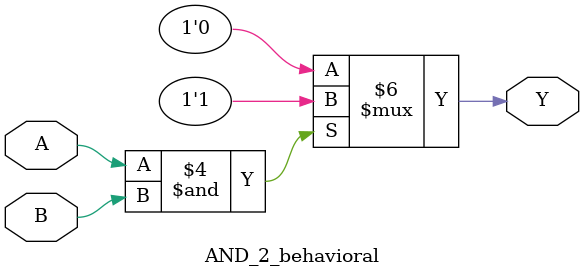
<source format=v>
module AND_2_behavioral (output reg Y, 
                         input A, 
                         input B);
always @ (A or B) begin
    if (A == 1'b1 & B == 1'b1) begin
        Y = 1'b1;
    end
    else 
        Y = 1'b0; 
end
endmodule
</source>
